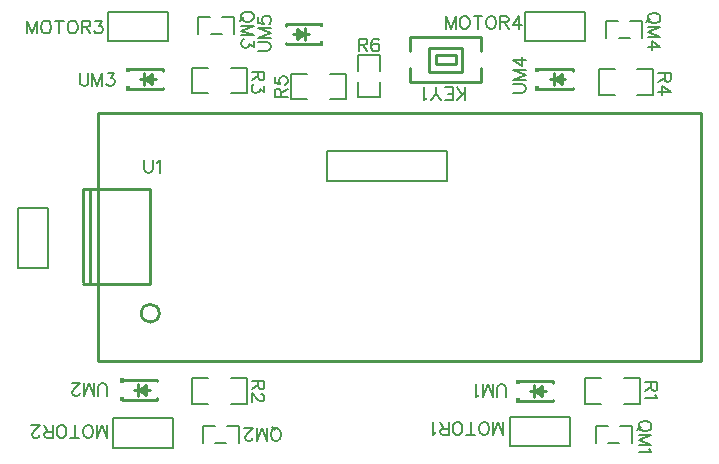
<source format=gto>
G04 Layer: TopSilkscreenLayer*
G04 EasyEDA v6.5.23, 2023-05-02 21:24:27*
G04 e18e553d63b247878dc8903f2d5500c8,4f913e99b9844981aeab8c69eabd27f9,10*
G04 Gerber Generator version 0.2*
G04 Scale: 100 percent, Rotated: No, Reflected: No *
G04 Dimensions in millimeters *
G04 leading zeros omitted , absolute positions ,4 integer and 5 decimal *
%FSLAX45Y45*%
%MOMM*%

%ADD10C,0.1524*%
%ADD11C,0.2032*%
%ADD12C,0.2030*%
%ADD13C,0.2540*%

%LPD*%
D10*
X2221484Y-495300D02*
G01*
X2299461Y-495300D01*
X2314956Y-490220D01*
X2325370Y-479805D01*
X2330450Y-464057D01*
X2330450Y-453644D01*
X2325370Y-438150D01*
X2314956Y-427736D01*
X2299461Y-422655D01*
X2221484Y-422655D01*
X2221484Y-388365D02*
G01*
X2330450Y-388365D01*
X2221484Y-388365D02*
G01*
X2330450Y-346710D01*
X2221484Y-305054D02*
G01*
X2330450Y-346710D01*
X2221484Y-305054D02*
G01*
X2330450Y-305054D01*
X2221484Y-208534D02*
G01*
X2221484Y-260350D01*
X2268220Y-265684D01*
X2263140Y-260350D01*
X2257806Y-244855D01*
X2257806Y-229362D01*
X2263140Y-213613D01*
X2273300Y-203200D01*
X2289047Y-198120D01*
X2299461Y-198120D01*
X2314956Y-203200D01*
X2325370Y-213613D01*
X2330450Y-229362D01*
X2330450Y-244855D01*
X2325370Y-260350D01*
X2320290Y-265684D01*
X2309875Y-270763D01*
X4292600Y-3747515D02*
G01*
X4292600Y-3638550D01*
X4292600Y-3747515D02*
G01*
X4250943Y-3638550D01*
X4209541Y-3747515D02*
G01*
X4250943Y-3638550D01*
X4209541Y-3747515D02*
G01*
X4209541Y-3638550D01*
X4144009Y-3747515D02*
G01*
X4154424Y-3742436D01*
X4164838Y-3732021D01*
X4169918Y-3721607D01*
X4175252Y-3705860D01*
X4175252Y-3679952D01*
X4169918Y-3664457D01*
X4164838Y-3654044D01*
X4154424Y-3643629D01*
X4144009Y-3638550D01*
X4123181Y-3638550D01*
X4112768Y-3643629D01*
X4102354Y-3654044D01*
X4097274Y-3664457D01*
X4091940Y-3679952D01*
X4091940Y-3705860D01*
X4097274Y-3721607D01*
X4102354Y-3732021D01*
X4112768Y-3742436D01*
X4123181Y-3747515D01*
X4144009Y-3747515D01*
X4021327Y-3747515D02*
G01*
X4021327Y-3638550D01*
X4057650Y-3747515D02*
G01*
X3985006Y-3747515D01*
X3919474Y-3747515D02*
G01*
X3929888Y-3742436D01*
X3940302Y-3732021D01*
X3945636Y-3721607D01*
X3950715Y-3705860D01*
X3950715Y-3679952D01*
X3945636Y-3664457D01*
X3940302Y-3654044D01*
X3929888Y-3643629D01*
X3919474Y-3638550D01*
X3898900Y-3638550D01*
X3888486Y-3643629D01*
X3878072Y-3654044D01*
X3872738Y-3664457D01*
X3867658Y-3679952D01*
X3867658Y-3705860D01*
X3872738Y-3721607D01*
X3878072Y-3732021D01*
X3888486Y-3742436D01*
X3898900Y-3747515D01*
X3919474Y-3747515D01*
X3833368Y-3747515D02*
G01*
X3833368Y-3638550D01*
X3833368Y-3747515D02*
G01*
X3786631Y-3747515D01*
X3770884Y-3742436D01*
X3765804Y-3737102D01*
X3760470Y-3726687D01*
X3760470Y-3716273D01*
X3765804Y-3705860D01*
X3770884Y-3700779D01*
X3786631Y-3695700D01*
X3833368Y-3695700D01*
X3797045Y-3695700D02*
G01*
X3760470Y-3638550D01*
X3726179Y-3726687D02*
G01*
X3716020Y-3732021D01*
X3700272Y-3747515D01*
X3700272Y-3638550D01*
X939800Y-3772915D02*
G01*
X939800Y-3663950D01*
X939800Y-3772915D02*
G01*
X898144Y-3663950D01*
X856742Y-3772915D02*
G01*
X898144Y-3663950D01*
X856742Y-3772915D02*
G01*
X856742Y-3663950D01*
X791210Y-3772915D02*
G01*
X801623Y-3767836D01*
X812037Y-3757421D01*
X817118Y-3747007D01*
X822452Y-3731260D01*
X822452Y-3705352D01*
X817118Y-3689857D01*
X812037Y-3679444D01*
X801623Y-3669029D01*
X791210Y-3663950D01*
X770381Y-3663950D01*
X759968Y-3669029D01*
X749554Y-3679444D01*
X744473Y-3689857D01*
X739139Y-3705352D01*
X739139Y-3731260D01*
X744473Y-3747007D01*
X749554Y-3757421D01*
X759968Y-3767836D01*
X770381Y-3772915D01*
X791210Y-3772915D01*
X668528Y-3772915D02*
G01*
X668528Y-3663950D01*
X704850Y-3772915D02*
G01*
X632205Y-3772915D01*
X566673Y-3772915D02*
G01*
X577087Y-3767836D01*
X587502Y-3757421D01*
X592836Y-3747007D01*
X597915Y-3731260D01*
X597915Y-3705352D01*
X592836Y-3689857D01*
X587502Y-3679444D01*
X577087Y-3669029D01*
X566673Y-3663950D01*
X546100Y-3663950D01*
X535686Y-3669029D01*
X525271Y-3679444D01*
X519937Y-3689857D01*
X514857Y-3705352D01*
X514857Y-3731260D01*
X519937Y-3747007D01*
X525271Y-3757421D01*
X535686Y-3767836D01*
X546100Y-3772915D01*
X566673Y-3772915D01*
X480568Y-3772915D02*
G01*
X480568Y-3663950D01*
X480568Y-3772915D02*
G01*
X433831Y-3772915D01*
X418084Y-3767836D01*
X413004Y-3762502D01*
X407670Y-3752087D01*
X407670Y-3741673D01*
X413004Y-3731260D01*
X418084Y-3726179D01*
X433831Y-3721100D01*
X480568Y-3721100D01*
X444245Y-3721100D02*
G01*
X407670Y-3663950D01*
X368300Y-3747007D02*
G01*
X368300Y-3752087D01*
X363220Y-3762502D01*
X357886Y-3767836D01*
X347471Y-3772915D01*
X326644Y-3772915D01*
X316229Y-3767836D01*
X311150Y-3762502D01*
X306070Y-3752087D01*
X306070Y-3741673D01*
X311150Y-3731260D01*
X321563Y-3715765D01*
X373379Y-3663950D01*
X300736Y-3663950D01*
X266700Y-240284D02*
G01*
X266700Y-349250D01*
X266700Y-240284D02*
G01*
X308355Y-349250D01*
X349757Y-240284D02*
G01*
X308355Y-349250D01*
X349757Y-240284D02*
G01*
X349757Y-349250D01*
X415289Y-240284D02*
G01*
X404876Y-245363D01*
X394462Y-255778D01*
X389381Y-266192D01*
X384047Y-281939D01*
X384047Y-307847D01*
X389381Y-323342D01*
X394462Y-333755D01*
X404876Y-344170D01*
X415289Y-349250D01*
X436118Y-349250D01*
X446531Y-344170D01*
X456945Y-333755D01*
X462026Y-323342D01*
X467360Y-307847D01*
X467360Y-281939D01*
X462026Y-266192D01*
X456945Y-255778D01*
X446531Y-245363D01*
X436118Y-240284D01*
X415289Y-240284D01*
X537971Y-240284D02*
G01*
X537971Y-349250D01*
X501650Y-240284D02*
G01*
X574294Y-240284D01*
X639826Y-240284D02*
G01*
X629412Y-245363D01*
X618997Y-255778D01*
X613663Y-266192D01*
X608584Y-281939D01*
X608584Y-307847D01*
X613663Y-323342D01*
X618997Y-333755D01*
X629412Y-344170D01*
X639826Y-349250D01*
X660400Y-349250D01*
X670813Y-344170D01*
X681228Y-333755D01*
X686562Y-323342D01*
X691642Y-307847D01*
X691642Y-281939D01*
X686562Y-266192D01*
X681228Y-255778D01*
X670813Y-245363D01*
X660400Y-240284D01*
X639826Y-240284D01*
X725931Y-240284D02*
G01*
X725931Y-349250D01*
X725931Y-240284D02*
G01*
X772668Y-240284D01*
X788415Y-245363D01*
X793495Y-250697D01*
X798829Y-261112D01*
X798829Y-271526D01*
X793495Y-281939D01*
X788415Y-287020D01*
X772668Y-292100D01*
X725931Y-292100D01*
X762254Y-292100D02*
G01*
X798829Y-349250D01*
X843279Y-240284D02*
G01*
X900429Y-240284D01*
X869442Y-281939D01*
X884936Y-281939D01*
X895350Y-287020D01*
X900429Y-292100D01*
X905763Y-307847D01*
X905763Y-318262D01*
X900429Y-333755D01*
X890270Y-344170D01*
X874521Y-349250D01*
X859028Y-349250D01*
X843279Y-344170D01*
X838200Y-339089D01*
X833120Y-328676D01*
X3810000Y-202184D02*
G01*
X3810000Y-311150D01*
X3810000Y-202184D02*
G01*
X3851656Y-311150D01*
X3893058Y-202184D02*
G01*
X3851656Y-311150D01*
X3893058Y-202184D02*
G01*
X3893058Y-311150D01*
X3958590Y-202184D02*
G01*
X3948175Y-207263D01*
X3937761Y-217678D01*
X3932681Y-228092D01*
X3927347Y-243839D01*
X3927347Y-269747D01*
X3932681Y-285242D01*
X3937761Y-295655D01*
X3948175Y-306070D01*
X3958590Y-311150D01*
X3979418Y-311150D01*
X3989831Y-306070D01*
X4000245Y-295655D01*
X4005325Y-285242D01*
X4010659Y-269747D01*
X4010659Y-243839D01*
X4005325Y-228092D01*
X4000245Y-217678D01*
X3989831Y-207263D01*
X3979418Y-202184D01*
X3958590Y-202184D01*
X4081272Y-202184D02*
G01*
X4081272Y-311150D01*
X4044950Y-202184D02*
G01*
X4117593Y-202184D01*
X4183125Y-202184D02*
G01*
X4172711Y-207263D01*
X4162297Y-217678D01*
X4156963Y-228092D01*
X4151884Y-243839D01*
X4151884Y-269747D01*
X4156963Y-285242D01*
X4162297Y-295655D01*
X4172711Y-306070D01*
X4183125Y-311150D01*
X4203700Y-311150D01*
X4214113Y-306070D01*
X4224527Y-295655D01*
X4229861Y-285242D01*
X4234941Y-269747D01*
X4234941Y-243839D01*
X4229861Y-228092D01*
X4224527Y-217678D01*
X4214113Y-207263D01*
X4203700Y-202184D01*
X4183125Y-202184D01*
X4269231Y-202184D02*
G01*
X4269231Y-311150D01*
X4269231Y-202184D02*
G01*
X4315968Y-202184D01*
X4331715Y-207263D01*
X4336795Y-212597D01*
X4342129Y-223012D01*
X4342129Y-233426D01*
X4336795Y-243839D01*
X4331715Y-248920D01*
X4315968Y-254000D01*
X4269231Y-254000D01*
X4305554Y-254000D02*
G01*
X4342129Y-311150D01*
X4428236Y-202184D02*
G01*
X4376420Y-274828D01*
X4454143Y-274828D01*
X4428236Y-202184D02*
G01*
X4428236Y-311150D01*
X3975100Y-915415D02*
G01*
X3975100Y-806450D01*
X3902456Y-915415D02*
G01*
X3975100Y-842771D01*
X3949191Y-868679D02*
G01*
X3902456Y-806450D01*
X3868165Y-915415D02*
G01*
X3868165Y-806450D01*
X3868165Y-915415D02*
G01*
X3800602Y-915415D01*
X3868165Y-863600D02*
G01*
X3826509Y-863600D01*
X3868165Y-806450D02*
G01*
X3800602Y-806450D01*
X3766311Y-915415D02*
G01*
X3724656Y-863600D01*
X3724656Y-806450D01*
X3683000Y-915415D02*
G01*
X3724656Y-863600D01*
X3648709Y-894587D02*
G01*
X3638550Y-899921D01*
X3622802Y-915415D01*
X3622802Y-806450D01*
X5550915Y-3663442D02*
G01*
X5545836Y-3653028D01*
X5535422Y-3642613D01*
X5525008Y-3637279D01*
X5509259Y-3632200D01*
X5483352Y-3632200D01*
X5467858Y-3637279D01*
X5457443Y-3642613D01*
X5447029Y-3653028D01*
X5441950Y-3663442D01*
X5441950Y-3684270D01*
X5447029Y-3694429D01*
X5457443Y-3704844D01*
X5467858Y-3710178D01*
X5483352Y-3715257D01*
X5509259Y-3715257D01*
X5525008Y-3710178D01*
X5535422Y-3704844D01*
X5545836Y-3694429D01*
X5550915Y-3684270D01*
X5550915Y-3663442D01*
X5462524Y-3678936D02*
G01*
X5431536Y-3710178D01*
X5550915Y-3749547D02*
G01*
X5441950Y-3749547D01*
X5550915Y-3749547D02*
G01*
X5441950Y-3791204D01*
X5550915Y-3832860D02*
G01*
X5441950Y-3791204D01*
X5550915Y-3832860D02*
G01*
X5441950Y-3832860D01*
X5530088Y-3867150D02*
G01*
X5535422Y-3877310D01*
X5550915Y-3893057D01*
X5441950Y-3893057D01*
X2381758Y-3798315D02*
G01*
X2392172Y-3793236D01*
X2402586Y-3782821D01*
X2407920Y-3772407D01*
X2413000Y-3756660D01*
X2413000Y-3730752D01*
X2407920Y-3715257D01*
X2402586Y-3704844D01*
X2392172Y-3694429D01*
X2381758Y-3689350D01*
X2360929Y-3689350D01*
X2350770Y-3694429D01*
X2340356Y-3704844D01*
X2335022Y-3715257D01*
X2329941Y-3730752D01*
X2329941Y-3756660D01*
X2335022Y-3772407D01*
X2340356Y-3782821D01*
X2350770Y-3793236D01*
X2360929Y-3798315D01*
X2381758Y-3798315D01*
X2366263Y-3709923D02*
G01*
X2335022Y-3678936D01*
X2295652Y-3798315D02*
G01*
X2295652Y-3689350D01*
X2295652Y-3798315D02*
G01*
X2253995Y-3689350D01*
X2212340Y-3798315D02*
G01*
X2253995Y-3689350D01*
X2212340Y-3798315D02*
G01*
X2212340Y-3689350D01*
X2172970Y-3772407D02*
G01*
X2172970Y-3777487D01*
X2167890Y-3787902D01*
X2162556Y-3793236D01*
X2152141Y-3798315D01*
X2131313Y-3798315D01*
X2120900Y-3793236D01*
X2115820Y-3787902D01*
X2110740Y-3777487D01*
X2110740Y-3767073D01*
X2115820Y-3756660D01*
X2126234Y-3741165D01*
X2178050Y-3689350D01*
X2105406Y-3689350D01*
X2185415Y-196342D02*
G01*
X2180336Y-185928D01*
X2169922Y-175513D01*
X2159508Y-170179D01*
X2143759Y-165100D01*
X2117852Y-165100D01*
X2102358Y-170179D01*
X2091943Y-175513D01*
X2081529Y-185928D01*
X2076450Y-196342D01*
X2076450Y-217170D01*
X2081529Y-227329D01*
X2091943Y-237744D01*
X2102358Y-243078D01*
X2117852Y-248157D01*
X2143759Y-248157D01*
X2159508Y-243078D01*
X2169922Y-237744D01*
X2180336Y-227329D01*
X2185415Y-217170D01*
X2185415Y-196342D01*
X2097024Y-211836D02*
G01*
X2066036Y-243078D01*
X2185415Y-282447D02*
G01*
X2076450Y-282447D01*
X2185415Y-282447D02*
G01*
X2076450Y-324104D01*
X2185415Y-365760D02*
G01*
X2076450Y-324104D01*
X2185415Y-365760D02*
G01*
X2076450Y-365760D01*
X2185415Y-410210D02*
G01*
X2185415Y-467360D01*
X2143759Y-436371D01*
X2143759Y-451865D01*
X2138679Y-462279D01*
X2133600Y-467360D01*
X2117852Y-472694D01*
X2107438Y-472694D01*
X2091943Y-467360D01*
X2081529Y-457200D01*
X2076450Y-441452D01*
X2076450Y-425957D01*
X2081529Y-410210D01*
X2086609Y-405129D01*
X2097024Y-400050D01*
X5627115Y-209042D02*
G01*
X5622036Y-198628D01*
X5611622Y-188213D01*
X5601208Y-182879D01*
X5585459Y-177800D01*
X5559552Y-177800D01*
X5544058Y-182879D01*
X5533643Y-188213D01*
X5523229Y-198628D01*
X5518150Y-209042D01*
X5518150Y-229870D01*
X5523229Y-240029D01*
X5533643Y-250444D01*
X5544058Y-255778D01*
X5559552Y-260857D01*
X5585459Y-260857D01*
X5601208Y-255778D01*
X5611622Y-250444D01*
X5622036Y-240029D01*
X5627115Y-229870D01*
X5627115Y-209042D01*
X5538724Y-224536D02*
G01*
X5507736Y-255778D01*
X5627115Y-295147D02*
G01*
X5518150Y-295147D01*
X5627115Y-295147D02*
G01*
X5518150Y-336804D01*
X5627115Y-378460D02*
G01*
X5518150Y-336804D01*
X5627115Y-378460D02*
G01*
X5518150Y-378460D01*
X5627115Y-464565D02*
G01*
X5554472Y-412750D01*
X5554472Y-490473D01*
X5627115Y-464565D02*
G01*
X5518150Y-464565D01*
X5601715Y-3302000D02*
G01*
X5492750Y-3302000D01*
X5601715Y-3302000D02*
G01*
X5601715Y-3348736D01*
X5596636Y-3364229D01*
X5591302Y-3369563D01*
X5580888Y-3374644D01*
X5570474Y-3374644D01*
X5560059Y-3369563D01*
X5554979Y-3364229D01*
X5549900Y-3348736D01*
X5549900Y-3302000D01*
X5549900Y-3338321D02*
G01*
X5492750Y-3374644D01*
X5580888Y-3408934D02*
G01*
X5586222Y-3419347D01*
X5601715Y-3435095D01*
X5492750Y-3435095D01*
X2274315Y-3289300D02*
G01*
X2165350Y-3289300D01*
X2274315Y-3289300D02*
G01*
X2274315Y-3336036D01*
X2269236Y-3351529D01*
X2263902Y-3356863D01*
X2253488Y-3361944D01*
X2243074Y-3361944D01*
X2232659Y-3356863D01*
X2227579Y-3351529D01*
X2222500Y-3336036D01*
X2222500Y-3289300D01*
X2222500Y-3325621D02*
G01*
X2165350Y-3361944D01*
X2248408Y-3401568D02*
G01*
X2253488Y-3401568D01*
X2263902Y-3406647D01*
X2269236Y-3411981D01*
X2274315Y-3422395D01*
X2274315Y-3442970D01*
X2269236Y-3453384D01*
X2263902Y-3458718D01*
X2253488Y-3463797D01*
X2243074Y-3463797D01*
X2232659Y-3458718D01*
X2217165Y-3448304D01*
X2165350Y-3396234D01*
X2165350Y-3469131D01*
X2274315Y-673100D02*
G01*
X2165350Y-673100D01*
X2274315Y-673100D02*
G01*
X2274315Y-719836D01*
X2269236Y-735329D01*
X2263902Y-740663D01*
X2253488Y-745744D01*
X2243074Y-745744D01*
X2232659Y-740663D01*
X2227579Y-735329D01*
X2222500Y-719836D01*
X2222500Y-673100D01*
X2222500Y-709421D02*
G01*
X2165350Y-745744D01*
X2274315Y-790447D02*
G01*
X2274315Y-847597D01*
X2232659Y-816610D01*
X2232659Y-832104D01*
X2227579Y-842518D01*
X2222500Y-847597D01*
X2206752Y-852931D01*
X2196338Y-852931D01*
X2180843Y-847597D01*
X2170429Y-837184D01*
X2165350Y-821689D01*
X2165350Y-806195D01*
X2170429Y-790447D01*
X2175509Y-785368D01*
X2185924Y-780034D01*
X5716015Y-685800D02*
G01*
X5607050Y-685800D01*
X5716015Y-685800D02*
G01*
X5716015Y-732536D01*
X5710936Y-748029D01*
X5705602Y-753363D01*
X5695188Y-758444D01*
X5684774Y-758444D01*
X5674359Y-753363D01*
X5669279Y-748029D01*
X5664200Y-732536D01*
X5664200Y-685800D01*
X5664200Y-722121D02*
G01*
X5607050Y-758444D01*
X5716015Y-844804D02*
G01*
X5643372Y-792734D01*
X5643372Y-870712D01*
X5716015Y-844804D02*
G01*
X5607050Y-844804D01*
X2361184Y-889000D02*
G01*
X2470150Y-889000D01*
X2361184Y-889000D02*
G01*
X2361184Y-842263D01*
X2366263Y-826770D01*
X2371597Y-821436D01*
X2382011Y-816355D01*
X2392425Y-816355D01*
X2402840Y-821436D01*
X2407920Y-826770D01*
X2413000Y-842263D01*
X2413000Y-889000D01*
X2413000Y-852678D02*
G01*
X2470150Y-816355D01*
X2361184Y-719581D02*
G01*
X2361184Y-771652D01*
X2407920Y-776731D01*
X2402840Y-771652D01*
X2397506Y-755904D01*
X2397506Y-740410D01*
X2402840Y-724915D01*
X2413000Y-714502D01*
X2428747Y-709168D01*
X2439161Y-709168D01*
X2454656Y-714502D01*
X2465070Y-724915D01*
X2470150Y-740410D01*
X2470150Y-755904D01*
X2465070Y-771652D01*
X2459990Y-776731D01*
X2449575Y-782065D01*
X3073400Y-392684D02*
G01*
X3073400Y-501650D01*
X3073400Y-392684D02*
G01*
X3120136Y-392684D01*
X3135629Y-397763D01*
X3140963Y-403097D01*
X3146043Y-413512D01*
X3146043Y-423926D01*
X3140963Y-434339D01*
X3135629Y-439420D01*
X3120136Y-444500D01*
X3073400Y-444500D01*
X3109722Y-444500D02*
G01*
X3146043Y-501650D01*
X3242818Y-408178D02*
G01*
X3237484Y-397763D01*
X3221990Y-392684D01*
X3211575Y-392684D01*
X3196081Y-397763D01*
X3185668Y-413512D01*
X3180334Y-439420D01*
X3180334Y-465328D01*
X3185668Y-486155D01*
X3196081Y-496570D01*
X3211575Y-501650D01*
X3216909Y-501650D01*
X3232404Y-496570D01*
X3242818Y-486155D01*
X3247897Y-470662D01*
X3247897Y-465328D01*
X3242818Y-449834D01*
X3232404Y-439420D01*
X3216909Y-434339D01*
X3211575Y-434339D01*
X3196081Y-439420D01*
X3185668Y-449834D01*
X3180334Y-465328D01*
X1257300Y-1421384D02*
G01*
X1257300Y-1499362D01*
X1262379Y-1514855D01*
X1272794Y-1525270D01*
X1288542Y-1530350D01*
X1298955Y-1530350D01*
X1314450Y-1525270D01*
X1324863Y-1514855D01*
X1329944Y-1499362D01*
X1329944Y-1421384D01*
X1364234Y-1442212D02*
G01*
X1374647Y-1436878D01*
X1390395Y-1421384D01*
X1390395Y-1530350D01*
X4318000Y-3430015D02*
G01*
X4318000Y-3352037D01*
X4312920Y-3336544D01*
X4302506Y-3326129D01*
X4286758Y-3321050D01*
X4276343Y-3321050D01*
X4260850Y-3326129D01*
X4250436Y-3336544D01*
X4245356Y-3352037D01*
X4245356Y-3430015D01*
X4211065Y-3430015D02*
G01*
X4211065Y-3321050D01*
X4211065Y-3430015D02*
G01*
X4169409Y-3321050D01*
X4127754Y-3430015D02*
G01*
X4169409Y-3321050D01*
X4127754Y-3430015D02*
G01*
X4127754Y-3321050D01*
X4093463Y-3409187D02*
G01*
X4083050Y-3414521D01*
X4067556Y-3430015D01*
X4067556Y-3321050D01*
X939800Y-3417315D02*
G01*
X939800Y-3339337D01*
X934720Y-3323844D01*
X924305Y-3313429D01*
X908557Y-3308350D01*
X898144Y-3308350D01*
X882650Y-3313429D01*
X872236Y-3323844D01*
X867155Y-3339337D01*
X867155Y-3417315D01*
X832865Y-3417315D02*
G01*
X832865Y-3308350D01*
X832865Y-3417315D02*
G01*
X791210Y-3308350D01*
X749554Y-3417315D02*
G01*
X791210Y-3308350D01*
X749554Y-3417315D02*
G01*
X749554Y-3308350D01*
X710184Y-3391407D02*
G01*
X710184Y-3396487D01*
X704850Y-3406902D01*
X699770Y-3412236D01*
X689355Y-3417315D01*
X668528Y-3417315D01*
X658113Y-3412236D01*
X653034Y-3406902D01*
X647700Y-3396487D01*
X647700Y-3386073D01*
X653034Y-3375660D01*
X663447Y-3360165D01*
X715263Y-3308350D01*
X642620Y-3308350D01*
X711200Y-684784D02*
G01*
X711200Y-762762D01*
X716279Y-778255D01*
X726694Y-788670D01*
X742442Y-793750D01*
X752855Y-793750D01*
X768350Y-788670D01*
X778763Y-778255D01*
X783844Y-762762D01*
X783844Y-684784D01*
X818134Y-684784D02*
G01*
X818134Y-793750D01*
X818134Y-684784D02*
G01*
X859789Y-793750D01*
X901445Y-684784D02*
G01*
X859789Y-793750D01*
X901445Y-684784D02*
G01*
X901445Y-793750D01*
X946150Y-684784D02*
G01*
X1003300Y-684784D01*
X972057Y-726439D01*
X987552Y-726439D01*
X997965Y-731520D01*
X1003300Y-736600D01*
X1008379Y-752347D01*
X1008379Y-762762D01*
X1003300Y-778255D01*
X992886Y-788670D01*
X977137Y-793750D01*
X961644Y-793750D01*
X946150Y-788670D01*
X940815Y-783589D01*
X935736Y-773176D01*
X4380484Y-850900D02*
G01*
X4458461Y-850900D01*
X4473956Y-845820D01*
X4484370Y-835405D01*
X4489450Y-819657D01*
X4489450Y-809244D01*
X4484370Y-793750D01*
X4473956Y-783336D01*
X4458461Y-778255D01*
X4380484Y-778255D01*
X4380484Y-743965D02*
G01*
X4489450Y-743965D01*
X4380484Y-743965D02*
G01*
X4489450Y-702310D01*
X4380484Y-660654D02*
G01*
X4489450Y-702310D01*
X4380484Y-660654D02*
G01*
X4489450Y-660654D01*
X4380484Y-574547D02*
G01*
X4453127Y-626363D01*
X4453127Y-548639D01*
X4380484Y-574547D02*
G01*
X4489450Y-574547D01*
G36*
X2550160Y-314960D02*
G01*
X2550160Y-396240D01*
X2608580Y-355600D01*
G37*
G36*
X2740964Y-416306D02*
G01*
X2740964Y-453288D01*
X2771444Y-453288D01*
X2771444Y-416306D01*
G37*
G36*
X2740964Y-257911D02*
G01*
X2740964Y-294894D01*
X2771444Y-294894D01*
X2771444Y-257911D01*
G37*
G36*
X4625340Y-3337560D02*
G01*
X4566920Y-3378200D01*
X4625340Y-3418840D01*
G37*
G36*
X4404055Y-3280511D02*
G01*
X4404055Y-3317494D01*
X4434535Y-3317494D01*
X4434535Y-3280511D01*
G37*
G36*
X4404055Y-3438906D02*
G01*
X4404055Y-3475888D01*
X4434535Y-3475888D01*
X4434535Y-3438906D01*
G37*
G36*
X1272540Y-3324860D02*
G01*
X1214120Y-3365500D01*
X1272540Y-3406140D01*
G37*
G36*
X1051255Y-3267811D02*
G01*
X1051255Y-3304794D01*
X1081735Y-3304794D01*
X1081735Y-3267811D01*
G37*
G36*
X1051255Y-3426206D02*
G01*
X1051255Y-3463188D01*
X1081735Y-3463188D01*
X1081735Y-3426206D01*
G37*
G36*
X1323340Y-695960D02*
G01*
X1264920Y-736600D01*
X1323340Y-777240D01*
G37*
G36*
X1102055Y-638911D02*
G01*
X1102055Y-675894D01*
X1132535Y-675894D01*
X1132535Y-638911D01*
G37*
G36*
X1102055Y-797306D02*
G01*
X1102055Y-834288D01*
X1132535Y-834288D01*
X1132535Y-797306D01*
G37*
G36*
X4790440Y-695960D02*
G01*
X4732020Y-736600D01*
X4790440Y-777240D01*
G37*
G36*
X4569155Y-638911D02*
G01*
X4569155Y-675894D01*
X4599635Y-675894D01*
X4599635Y-638911D01*
G37*
G36*
X4569155Y-797306D02*
G01*
X4569155Y-834288D01*
X4599635Y-834288D01*
X4599635Y-797306D01*
G37*
D11*
X190500Y-1828800D02*
G01*
X441960Y-1828800D01*
X441960Y-2336800D01*
X190500Y-2336800D01*
X190500Y-1828800D01*
X2806700Y-1600200D02*
G01*
X2806700Y-1346200D01*
X3822700Y-1346200D01*
X3822700Y-1600200D01*
X3632200Y-1600200D01*
D12*
X2806700Y-1600200D02*
G01*
X3632200Y-1600200D01*
D13*
X2456179Y-284985D02*
G01*
X2456179Y-270598D01*
X2456179Y-440601D02*
G01*
X2456179Y-426214D01*
X2725420Y-270598D02*
G01*
X2754596Y-270598D01*
X2754698Y-270700D01*
X2725420Y-440601D02*
G01*
X2755097Y-440601D01*
X2755198Y-440499D01*
X2725420Y-440601D02*
G01*
X2456179Y-440601D01*
X2550159Y-396239D02*
G01*
X2550159Y-314960D01*
X2550159Y-355625D02*
G01*
X2518790Y-355625D01*
X2618800Y-355600D02*
G01*
X2651800Y-355600D01*
X2616200Y-406400D02*
G01*
X2616200Y-304800D01*
X2608579Y-355600D02*
G01*
X2550159Y-396239D01*
X2550159Y-314960D02*
G01*
X2608579Y-355600D01*
X2456179Y-270598D02*
G01*
X2725420Y-270598D01*
D11*
X4864100Y-3594100D02*
G01*
X4864100Y-3845560D01*
X4356100Y-3845560D01*
X4356100Y-3594100D01*
X4864100Y-3594100D01*
X1498600Y-3606800D02*
G01*
X1498600Y-3858260D01*
X990600Y-3858260D01*
X990600Y-3606800D01*
X1498600Y-3606800D01*
X1460500Y-165100D02*
G01*
X1460500Y-416560D01*
X952500Y-416560D01*
X952500Y-165100D01*
X1460500Y-165100D01*
X4991100Y-165100D02*
G01*
X4991100Y-416560D01*
X4483100Y-416560D01*
X4483100Y-165100D01*
X4991100Y-165100D01*
D13*
X4109986Y-644613D02*
G01*
X4109986Y-669615D01*
X4109986Y-473384D02*
G01*
X4109986Y-498386D01*
X3509987Y-644613D02*
G01*
X3509987Y-669612D01*
X3509987Y-473384D02*
G01*
X3509987Y-498386D01*
X3509987Y-381502D02*
G01*
X4109986Y-381502D01*
X4109986Y-761497D02*
G01*
X3509987Y-761497D01*
X4109986Y-381502D02*
G01*
X4109986Y-473384D01*
X4109986Y-669615D02*
G01*
X4109986Y-761497D01*
X3509987Y-381502D02*
G01*
X3509987Y-473384D01*
X3509987Y-669612D02*
G01*
X3509987Y-761497D01*
X3664089Y-475106D02*
G01*
X3948899Y-475106D01*
X3948899Y-672896D01*
X3664089Y-672896D01*
X3664089Y-475106D01*
X3723195Y-530301D02*
G01*
X3892207Y-530301D01*
X3892207Y-608990D01*
X3723195Y-608990D01*
X3723195Y-530301D01*
D10*
X5385020Y-3819121D02*
G01*
X5385020Y-3673878D01*
X5281858Y-3673878D01*
X5079779Y-3819121D02*
G01*
X5079779Y-3673878D01*
X5182941Y-3673878D01*
X5277939Y-3819121D02*
G01*
X5186860Y-3819121D01*
X2057620Y-3819121D02*
G01*
X2057620Y-3673878D01*
X1954458Y-3673878D01*
X1752379Y-3819121D02*
G01*
X1752379Y-3673878D01*
X1855541Y-3673878D01*
X1950539Y-3819121D02*
G01*
X1859460Y-3819121D01*
X2019520Y-352021D02*
G01*
X2019520Y-206778D01*
X1916358Y-206778D01*
X1714279Y-352021D02*
G01*
X1714279Y-206778D01*
X1817441Y-206778D01*
X1912439Y-352021D02*
G01*
X1821360Y-352021D01*
X5473920Y-390121D02*
G01*
X5473920Y-244878D01*
X5370758Y-244878D01*
X5168679Y-390121D02*
G01*
X5168679Y-244878D01*
X5271841Y-244878D01*
X5366839Y-390121D02*
G01*
X5275760Y-390121D01*
X5124579Y-3270290D02*
G01*
X4988587Y-3270290D01*
X4988587Y-3486109D01*
X5124579Y-3486109D01*
X5314820Y-3270290D02*
G01*
X5450812Y-3270290D01*
X5450812Y-3486109D01*
X5314820Y-3486109D01*
X1797179Y-3270290D02*
G01*
X1661187Y-3270290D01*
X1661187Y-3486109D01*
X1797179Y-3486109D01*
X1987420Y-3270290D02*
G01*
X2123412Y-3270290D01*
X2123412Y-3486109D01*
X1987420Y-3486109D01*
X1797179Y-641390D02*
G01*
X1661187Y-641390D01*
X1661187Y-857209D01*
X1797179Y-857209D01*
X1987420Y-641390D02*
G01*
X2123412Y-641390D01*
X2123412Y-857209D01*
X1987420Y-857209D01*
X5238879Y-654090D02*
G01*
X5102887Y-654090D01*
X5102887Y-869909D01*
X5238879Y-869909D01*
X5429120Y-654090D02*
G01*
X5565112Y-654090D01*
X5565112Y-869909D01*
X5429120Y-869909D01*
X2825620Y-908009D02*
G01*
X2961612Y-908009D01*
X2961612Y-692190D01*
X2825620Y-692190D01*
X2635379Y-908009D02*
G01*
X2499387Y-908009D01*
X2499387Y-692190D01*
X2635379Y-692190D01*
X3254009Y-663580D02*
G01*
X3254009Y-535086D01*
X3070590Y-535086D01*
X3070590Y-663580D01*
X3254009Y-758819D02*
G01*
X3254009Y-887313D01*
X3070590Y-887313D01*
X3070590Y-758819D01*
D13*
X866300Y-1020099D02*
G01*
X5966299Y-1020099D01*
X5966299Y-1020099D02*
G01*
X5966299Y-3120100D01*
X799980Y-1670100D02*
G01*
X799980Y-2470099D01*
X1308100Y-1670100D02*
G01*
X1308100Y-2470099D01*
X736300Y-1670100D02*
G01*
X736300Y-2451100D01*
X736300Y-1670100D02*
G01*
X1308100Y-1670100D01*
X736300Y-2470099D02*
G01*
X1308100Y-2470099D01*
X866300Y-3120100D02*
G01*
X866300Y-1020099D01*
X5966299Y-3120100D02*
G01*
X866300Y-3120100D01*
X4719320Y-3448814D02*
G01*
X4719320Y-3463201D01*
X4719320Y-3293198D02*
G01*
X4719320Y-3307585D01*
X4450079Y-3463201D02*
G01*
X4420903Y-3463201D01*
X4420801Y-3463099D01*
X4450079Y-3293198D02*
G01*
X4420402Y-3293198D01*
X4420301Y-3293300D01*
X4450079Y-3293198D02*
G01*
X4719320Y-3293198D01*
X4625340Y-3337560D02*
G01*
X4625340Y-3418839D01*
X4625340Y-3378174D02*
G01*
X4656709Y-3378174D01*
X4556699Y-3378200D02*
G01*
X4523699Y-3378200D01*
X4559300Y-3327400D02*
G01*
X4559300Y-3429000D01*
X4566920Y-3378200D02*
G01*
X4625340Y-3337560D01*
X4625340Y-3418839D02*
G01*
X4566920Y-3378200D01*
X4719320Y-3463201D02*
G01*
X4450079Y-3463201D01*
X1366520Y-3436114D02*
G01*
X1366520Y-3450501D01*
X1366520Y-3280498D02*
G01*
X1366520Y-3294885D01*
X1097279Y-3450501D02*
G01*
X1068103Y-3450501D01*
X1068001Y-3450399D01*
X1097279Y-3280498D02*
G01*
X1067602Y-3280498D01*
X1067501Y-3280600D01*
X1097279Y-3280498D02*
G01*
X1366520Y-3280498D01*
X1272539Y-3324860D02*
G01*
X1272539Y-3406139D01*
X1272539Y-3365474D02*
G01*
X1303909Y-3365474D01*
X1203899Y-3365500D02*
G01*
X1170899Y-3365500D01*
X1206500Y-3314700D02*
G01*
X1206500Y-3416300D01*
X1214120Y-3365500D02*
G01*
X1272539Y-3324860D01*
X1272539Y-3406139D02*
G01*
X1214120Y-3365500D01*
X1366520Y-3450501D02*
G01*
X1097279Y-3450501D01*
X1417320Y-807214D02*
G01*
X1417320Y-821601D01*
X1417320Y-651598D02*
G01*
X1417320Y-665985D01*
X1148079Y-821601D02*
G01*
X1118903Y-821601D01*
X1118801Y-821499D01*
X1148079Y-651598D02*
G01*
X1118402Y-651598D01*
X1118301Y-651700D01*
X1148079Y-651598D02*
G01*
X1417320Y-651598D01*
X1323339Y-695960D02*
G01*
X1323339Y-777239D01*
X1323339Y-736574D02*
G01*
X1354709Y-736574D01*
X1254699Y-736600D02*
G01*
X1221699Y-736600D01*
X1257300Y-685800D02*
G01*
X1257300Y-787400D01*
X1264920Y-736600D02*
G01*
X1323339Y-695960D01*
X1323339Y-777239D02*
G01*
X1264920Y-736600D01*
X1417320Y-821601D02*
G01*
X1148079Y-821601D01*
X4884420Y-807214D02*
G01*
X4884420Y-821601D01*
X4884420Y-651598D02*
G01*
X4884420Y-665985D01*
X4615179Y-821601D02*
G01*
X4586003Y-821601D01*
X4585901Y-821499D01*
X4615179Y-651598D02*
G01*
X4585502Y-651598D01*
X4585401Y-651700D01*
X4615179Y-651598D02*
G01*
X4884420Y-651598D01*
X4790440Y-695960D02*
G01*
X4790440Y-777239D01*
X4790440Y-736574D02*
G01*
X4821809Y-736574D01*
X4721799Y-736600D02*
G01*
X4688799Y-736600D01*
X4724400Y-685800D02*
G01*
X4724400Y-787400D01*
X4732020Y-736600D02*
G01*
X4790440Y-695960D01*
X4790440Y-777239D02*
G01*
X4732020Y-736600D01*
X4884420Y-821601D02*
G01*
X4615179Y-821601D01*
G75*
G01
X1384300Y-2717800D02*
G03X1384300Y-2717800I-76200J0D01*
M02*

</source>
